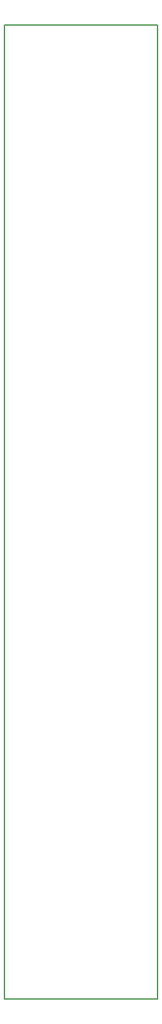
<source format=gbr>
G04 #@! TF.GenerationSoftware,KiCad,Pcbnew,(5.1.5)-3*
G04 #@! TF.CreationDate,2020-05-13T21:32:38+01:00*
G04 #@! TF.ProjectId,Ringo_panel,52696e67-6f5f-4706-916e-656c2e6b6963,rev?*
G04 #@! TF.SameCoordinates,Original*
G04 #@! TF.FileFunction,Profile,NP*
%FSLAX46Y46*%
G04 Gerber Fmt 4.6, Leading zero omitted, Abs format (unit mm)*
G04 Created by KiCad (PCBNEW (5.1.5)-3) date 2020-05-13 21:32:38*
%MOMM*%
%LPD*%
G04 APERTURE LIST*
%ADD10C,0.200000*%
G04 APERTURE END LIST*
D10*
X135300000Y-155600000D02*
X155620000Y-155600000D01*
X135300000Y-27100000D02*
X135300000Y-155600000D01*
X155620000Y-27100000D02*
X155620000Y-155600000D01*
X135300000Y-27100000D02*
X155620000Y-27100000D01*
M02*

</source>
